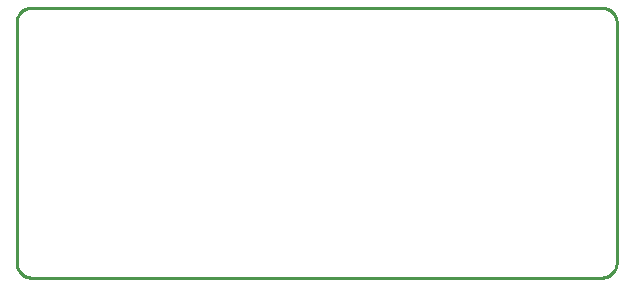
<source format=gbr>
G04 EAGLE Gerber RS-274X export*
G75*
%MOMM*%
%FSLAX34Y34*%
%LPD*%
%IN*%
%IPPOS*%
%AMOC8*
5,1,8,0,0,1.08239X$1,22.5*%
G01*
%ADD10C,0.254000*%


D10*
X-254000Y-101600D02*
X-253952Y-102707D01*
X-253807Y-103805D01*
X-253567Y-104887D01*
X-253234Y-105944D01*
X-252810Y-106967D01*
X-252299Y-107950D01*
X-251703Y-108884D01*
X-251029Y-109763D01*
X-250280Y-110580D01*
X-249463Y-111329D01*
X-248584Y-112003D01*
X-247650Y-112599D01*
X-246667Y-113110D01*
X-245644Y-113534D01*
X-244587Y-113867D01*
X-243505Y-114107D01*
X-242407Y-114252D01*
X-241300Y-114300D01*
X241300Y-114300D01*
X242407Y-114252D01*
X243505Y-114107D01*
X244587Y-113867D01*
X245644Y-113534D01*
X246667Y-113110D01*
X247650Y-112599D01*
X248584Y-112003D01*
X249463Y-111329D01*
X250280Y-110580D01*
X251029Y-109763D01*
X251703Y-108884D01*
X252299Y-107950D01*
X252810Y-106967D01*
X253234Y-105944D01*
X253567Y-104887D01*
X253807Y-103805D01*
X253952Y-102707D01*
X254000Y-101600D01*
X254000Y101600D01*
X253952Y102707D01*
X253807Y103805D01*
X253567Y104887D01*
X253234Y105944D01*
X252810Y106967D01*
X252299Y107950D01*
X251703Y108884D01*
X251029Y109763D01*
X250280Y110580D01*
X249463Y111329D01*
X248584Y112003D01*
X247650Y112599D01*
X246667Y113110D01*
X245644Y113534D01*
X244587Y113867D01*
X243505Y114107D01*
X242407Y114252D01*
X241300Y114300D01*
X-241300Y114300D01*
X-242407Y114252D01*
X-243505Y114107D01*
X-244587Y113867D01*
X-245644Y113534D01*
X-246667Y113110D01*
X-247650Y112599D01*
X-248584Y112003D01*
X-249463Y111329D01*
X-250280Y110580D01*
X-251029Y109763D01*
X-251703Y108884D01*
X-252299Y107950D01*
X-252810Y106967D01*
X-253234Y105944D01*
X-253567Y104887D01*
X-253807Y103805D01*
X-253952Y102707D01*
X-254000Y101600D01*
X-254000Y-101600D01*
M02*

</source>
